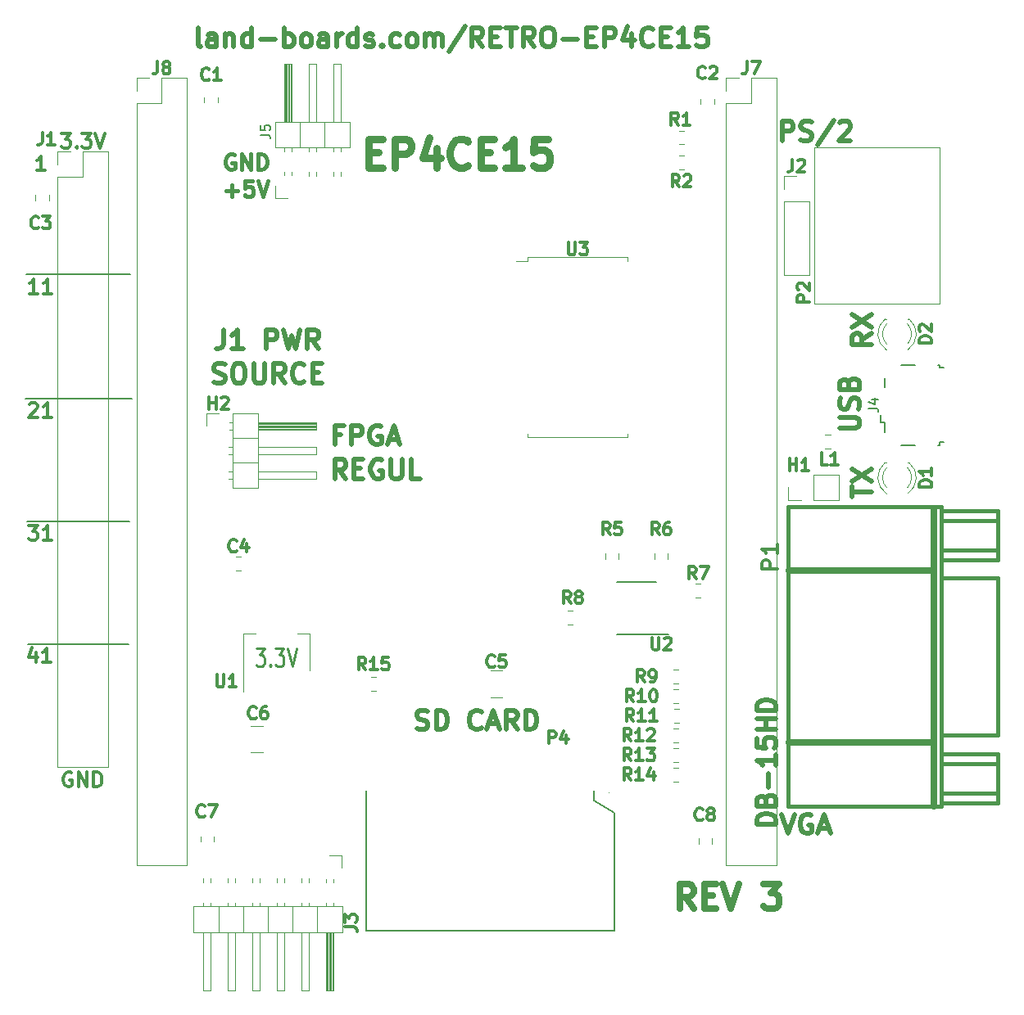
<source format=gbr>
G04 #@! TF.GenerationSoftware,KiCad,Pcbnew,(5.1.5)-3*
G04 #@! TF.CreationDate,2020-03-07T08:33:14-05:00*
G04 #@! TF.ProjectId,RETRO-EP4CE15,52455452-4f2d-4455-9034-434531352e6b,3*
G04 #@! TF.SameCoordinates,Original*
G04 #@! TF.FileFunction,Legend,Top*
G04 #@! TF.FilePolarity,Positive*
%FSLAX46Y46*%
G04 Gerber Fmt 4.6, Leading zero omitted, Abs format (unit mm)*
G04 Created by KiCad (PCBNEW (5.1.5)-3) date 2020-03-07 08:33:14*
%MOMM*%
%LPD*%
G04 APERTURE LIST*
%ADD10C,0.400050*%
%ADD11C,0.500000*%
%ADD12C,0.300000*%
%ADD13C,0.200000*%
%ADD14C,0.285750*%
%ADD15C,0.750000*%
%ADD16C,0.635000*%
%ADD17C,0.150000*%
%ADD18C,0.120000*%
%ADD19C,0.010000*%
%ADD20C,0.650000*%
%ADD21C,0.381000*%
%ADD22C,0.317500*%
%ADD23C,0.476250*%
G04 APERTURE END LIST*
D10*
X32080200Y-24774525D02*
X31927800Y-24698325D01*
X31699200Y-24698325D01*
X31470600Y-24774525D01*
X31318200Y-24926925D01*
X31242000Y-25079325D01*
X31165800Y-25384125D01*
X31165800Y-25612725D01*
X31242000Y-25917525D01*
X31318200Y-26069925D01*
X31470600Y-26222325D01*
X31699200Y-26298525D01*
X31851600Y-26298525D01*
X32080200Y-26222325D01*
X32156400Y-26146125D01*
X32156400Y-25612725D01*
X31851600Y-25612725D01*
X32842200Y-26298525D02*
X32842200Y-24698325D01*
X33756600Y-26298525D01*
X33756600Y-24698325D01*
X34518600Y-26298525D02*
X34518600Y-24698325D01*
X34899600Y-24698325D01*
X35128200Y-24774525D01*
X35280600Y-24926925D01*
X35356800Y-25079325D01*
X35433000Y-25384125D01*
X35433000Y-25612725D01*
X35356800Y-25917525D01*
X35280600Y-26069925D01*
X35128200Y-26222325D01*
X34899600Y-26298525D01*
X34518600Y-26298525D01*
X31242000Y-28489275D02*
X32461200Y-28489275D01*
X31851600Y-29098875D02*
X31851600Y-27879675D01*
X33985200Y-27498675D02*
X33223200Y-27498675D01*
X33147000Y-28260675D01*
X33223200Y-28184475D01*
X33375600Y-28108275D01*
X33756600Y-28108275D01*
X33909000Y-28184475D01*
X33985200Y-28260675D01*
X34061400Y-28413075D01*
X34061400Y-28794075D01*
X33985200Y-28946475D01*
X33909000Y-29022675D01*
X33756600Y-29098875D01*
X33375600Y-29098875D01*
X33223200Y-29022675D01*
X33147000Y-28946475D01*
X34518600Y-27498675D02*
X35052000Y-29098875D01*
X35585400Y-27498675D01*
D11*
X43123857Y-53733142D02*
X42457190Y-53733142D01*
X42457190Y-54780761D02*
X42457190Y-52780761D01*
X43409571Y-52780761D01*
X44171476Y-54780761D02*
X44171476Y-52780761D01*
X44933380Y-52780761D01*
X45123857Y-52876000D01*
X45219095Y-52971238D01*
X45314333Y-53161714D01*
X45314333Y-53447428D01*
X45219095Y-53637904D01*
X45123857Y-53733142D01*
X44933380Y-53828380D01*
X44171476Y-53828380D01*
X47219095Y-52876000D02*
X47028619Y-52780761D01*
X46742904Y-52780761D01*
X46457190Y-52876000D01*
X46266714Y-53066476D01*
X46171476Y-53256952D01*
X46076238Y-53637904D01*
X46076238Y-53923619D01*
X46171476Y-54304571D01*
X46266714Y-54495047D01*
X46457190Y-54685523D01*
X46742904Y-54780761D01*
X46933380Y-54780761D01*
X47219095Y-54685523D01*
X47314333Y-54590285D01*
X47314333Y-53923619D01*
X46933380Y-53923619D01*
X48076238Y-54209333D02*
X49028619Y-54209333D01*
X47885761Y-54780761D02*
X48552428Y-52780761D01*
X49219095Y-54780761D01*
X43600047Y-58280761D02*
X42933380Y-57328380D01*
X42457190Y-58280761D02*
X42457190Y-56280761D01*
X43219095Y-56280761D01*
X43409571Y-56376000D01*
X43504809Y-56471238D01*
X43600047Y-56661714D01*
X43600047Y-56947428D01*
X43504809Y-57137904D01*
X43409571Y-57233142D01*
X43219095Y-57328380D01*
X42457190Y-57328380D01*
X44457190Y-57233142D02*
X45123857Y-57233142D01*
X45409571Y-58280761D02*
X44457190Y-58280761D01*
X44457190Y-56280761D01*
X45409571Y-56280761D01*
X47314333Y-56376000D02*
X47123857Y-56280761D01*
X46838142Y-56280761D01*
X46552428Y-56376000D01*
X46361952Y-56566476D01*
X46266714Y-56756952D01*
X46171476Y-57137904D01*
X46171476Y-57423619D01*
X46266714Y-57804571D01*
X46361952Y-57995047D01*
X46552428Y-58185523D01*
X46838142Y-58280761D01*
X47028619Y-58280761D01*
X47314333Y-58185523D01*
X47409571Y-58090285D01*
X47409571Y-57423619D01*
X47028619Y-57423619D01*
X48266714Y-56280761D02*
X48266714Y-57899809D01*
X48361952Y-58090285D01*
X48457190Y-58185523D01*
X48647666Y-58280761D01*
X49028619Y-58280761D01*
X49219095Y-58185523D01*
X49314333Y-58090285D01*
X49409571Y-57899809D01*
X49409571Y-56280761D01*
X51314333Y-58280761D02*
X50361952Y-58280761D01*
X50361952Y-56280761D01*
X97932761Y-43259333D02*
X96980380Y-43926000D01*
X97932761Y-44402190D02*
X95932761Y-44402190D01*
X95932761Y-43640285D01*
X96028000Y-43449809D01*
X96123238Y-43354571D01*
X96313714Y-43259333D01*
X96599428Y-43259333D01*
X96789904Y-43354571D01*
X96885142Y-43449809D01*
X96980380Y-43640285D01*
X96980380Y-44402190D01*
X95932761Y-42592666D02*
X97932761Y-41259333D01*
X95932761Y-41259333D02*
X97932761Y-42592666D01*
X95932761Y-60197809D02*
X95932761Y-59054952D01*
X97932761Y-59626380D02*
X95932761Y-59626380D01*
X95932761Y-58578761D02*
X97932761Y-57245428D01*
X95932761Y-57245428D02*
X97932761Y-58578761D01*
X30988571Y-42874761D02*
X30988571Y-44303333D01*
X30893333Y-44589047D01*
X30702857Y-44779523D01*
X30417142Y-44874761D01*
X30226666Y-44874761D01*
X32988571Y-44874761D02*
X31845714Y-44874761D01*
X32417142Y-44874761D02*
X32417142Y-42874761D01*
X32226666Y-43160476D01*
X32036190Y-43350952D01*
X31845714Y-43446190D01*
X35369523Y-44874761D02*
X35369523Y-42874761D01*
X36131428Y-42874761D01*
X36321904Y-42970000D01*
X36417142Y-43065238D01*
X36512380Y-43255714D01*
X36512380Y-43541428D01*
X36417142Y-43731904D01*
X36321904Y-43827142D01*
X36131428Y-43922380D01*
X35369523Y-43922380D01*
X37179047Y-42874761D02*
X37655238Y-44874761D01*
X38036190Y-43446190D01*
X38417142Y-44874761D01*
X38893333Y-42874761D01*
X40798095Y-44874761D02*
X40131428Y-43922380D01*
X39655238Y-44874761D02*
X39655238Y-42874761D01*
X40417142Y-42874761D01*
X40607619Y-42970000D01*
X40702857Y-43065238D01*
X40798095Y-43255714D01*
X40798095Y-43541428D01*
X40702857Y-43731904D01*
X40607619Y-43827142D01*
X40417142Y-43922380D01*
X39655238Y-43922380D01*
X29988571Y-48279523D02*
X30274285Y-48374761D01*
X30750476Y-48374761D01*
X30940952Y-48279523D01*
X31036190Y-48184285D01*
X31131428Y-47993809D01*
X31131428Y-47803333D01*
X31036190Y-47612857D01*
X30940952Y-47517619D01*
X30750476Y-47422380D01*
X30369523Y-47327142D01*
X30179047Y-47231904D01*
X30083809Y-47136666D01*
X29988571Y-46946190D01*
X29988571Y-46755714D01*
X30083809Y-46565238D01*
X30179047Y-46470000D01*
X30369523Y-46374761D01*
X30845714Y-46374761D01*
X31131428Y-46470000D01*
X32369523Y-46374761D02*
X32750476Y-46374761D01*
X32940952Y-46470000D01*
X33131428Y-46660476D01*
X33226666Y-47041428D01*
X33226666Y-47708095D01*
X33131428Y-48089047D01*
X32940952Y-48279523D01*
X32750476Y-48374761D01*
X32369523Y-48374761D01*
X32179047Y-48279523D01*
X31988571Y-48089047D01*
X31893333Y-47708095D01*
X31893333Y-47041428D01*
X31988571Y-46660476D01*
X32179047Y-46470000D01*
X32369523Y-46374761D01*
X34083809Y-46374761D02*
X34083809Y-47993809D01*
X34179047Y-48184285D01*
X34274285Y-48279523D01*
X34464761Y-48374761D01*
X34845714Y-48374761D01*
X35036190Y-48279523D01*
X35131428Y-48184285D01*
X35226666Y-47993809D01*
X35226666Y-46374761D01*
X37321904Y-48374761D02*
X36655238Y-47422380D01*
X36179047Y-48374761D02*
X36179047Y-46374761D01*
X36940952Y-46374761D01*
X37131428Y-46470000D01*
X37226666Y-46565238D01*
X37321904Y-46755714D01*
X37321904Y-47041428D01*
X37226666Y-47231904D01*
X37131428Y-47327142D01*
X36940952Y-47422380D01*
X36179047Y-47422380D01*
X39321904Y-48184285D02*
X39226666Y-48279523D01*
X38940952Y-48374761D01*
X38750476Y-48374761D01*
X38464761Y-48279523D01*
X38274285Y-48089047D01*
X38179047Y-47898571D01*
X38083809Y-47517619D01*
X38083809Y-47231904D01*
X38179047Y-46850952D01*
X38274285Y-46660476D01*
X38464761Y-46470000D01*
X38750476Y-46374761D01*
X38940952Y-46374761D01*
X39226666Y-46470000D01*
X39321904Y-46565238D01*
X40179047Y-47327142D02*
X40845714Y-47327142D01*
X41131428Y-48374761D02*
X40179047Y-48374761D01*
X40179047Y-46374761D01*
X41131428Y-46374761D01*
X88662190Y-92986361D02*
X89328857Y-94986361D01*
X89995523Y-92986361D01*
X91709809Y-93081600D02*
X91519333Y-92986361D01*
X91233619Y-92986361D01*
X90947904Y-93081600D01*
X90757428Y-93272076D01*
X90662190Y-93462552D01*
X90566952Y-93843504D01*
X90566952Y-94129219D01*
X90662190Y-94510171D01*
X90757428Y-94700647D01*
X90947904Y-94891123D01*
X91233619Y-94986361D01*
X91424095Y-94986361D01*
X91709809Y-94891123D01*
X91805047Y-94795885D01*
X91805047Y-94129219D01*
X91424095Y-94129219D01*
X92566952Y-94414933D02*
X93519333Y-94414933D01*
X92376476Y-94986361D02*
X93043142Y-92986361D01*
X93709809Y-94986361D01*
X50959523Y-84121523D02*
X51245238Y-84216761D01*
X51721428Y-84216761D01*
X51911904Y-84121523D01*
X52007142Y-84026285D01*
X52102380Y-83835809D01*
X52102380Y-83645333D01*
X52007142Y-83454857D01*
X51911904Y-83359619D01*
X51721428Y-83264380D01*
X51340476Y-83169142D01*
X51150000Y-83073904D01*
X51054761Y-82978666D01*
X50959523Y-82788190D01*
X50959523Y-82597714D01*
X51054761Y-82407238D01*
X51150000Y-82312000D01*
X51340476Y-82216761D01*
X51816666Y-82216761D01*
X52102380Y-82312000D01*
X52959523Y-84216761D02*
X52959523Y-82216761D01*
X53435714Y-82216761D01*
X53721428Y-82312000D01*
X53911904Y-82502476D01*
X54007142Y-82692952D01*
X54102380Y-83073904D01*
X54102380Y-83359619D01*
X54007142Y-83740571D01*
X53911904Y-83931047D01*
X53721428Y-84121523D01*
X53435714Y-84216761D01*
X52959523Y-84216761D01*
X57626190Y-84026285D02*
X57530952Y-84121523D01*
X57245238Y-84216761D01*
X57054761Y-84216761D01*
X56769047Y-84121523D01*
X56578571Y-83931047D01*
X56483333Y-83740571D01*
X56388095Y-83359619D01*
X56388095Y-83073904D01*
X56483333Y-82692952D01*
X56578571Y-82502476D01*
X56769047Y-82312000D01*
X57054761Y-82216761D01*
X57245238Y-82216761D01*
X57530952Y-82312000D01*
X57626190Y-82407238D01*
X58388095Y-83645333D02*
X59340476Y-83645333D01*
X58197619Y-84216761D02*
X58864285Y-82216761D01*
X59530952Y-84216761D01*
X61340476Y-84216761D02*
X60673809Y-83264380D01*
X60197619Y-84216761D02*
X60197619Y-82216761D01*
X60959523Y-82216761D01*
X61150000Y-82312000D01*
X61245238Y-82407238D01*
X61340476Y-82597714D01*
X61340476Y-82883428D01*
X61245238Y-83073904D01*
X61150000Y-83169142D01*
X60959523Y-83264380D01*
X60197619Y-83264380D01*
X62197619Y-84216761D02*
X62197619Y-82216761D01*
X62673809Y-82216761D01*
X62959523Y-82312000D01*
X63150000Y-82502476D01*
X63245238Y-82692952D01*
X63340476Y-83073904D01*
X63340476Y-83359619D01*
X63245238Y-83740571D01*
X63150000Y-83931047D01*
X62959523Y-84121523D01*
X62673809Y-84216761D01*
X62197619Y-84216761D01*
D12*
X14219514Y-22571971D02*
X15148085Y-22571971D01*
X14648085Y-23143400D01*
X14862371Y-23143400D01*
X15005228Y-23214828D01*
X15076657Y-23286257D01*
X15148085Y-23429114D01*
X15148085Y-23786257D01*
X15076657Y-23929114D01*
X15005228Y-24000542D01*
X14862371Y-24071971D01*
X14433800Y-24071971D01*
X14290942Y-24000542D01*
X14219514Y-23929114D01*
X15790942Y-23929114D02*
X15862371Y-24000542D01*
X15790942Y-24071971D01*
X15719514Y-24000542D01*
X15790942Y-23929114D01*
X15790942Y-24071971D01*
X16362371Y-22571971D02*
X17290942Y-22571971D01*
X16790942Y-23143400D01*
X17005228Y-23143400D01*
X17148085Y-23214828D01*
X17219514Y-23286257D01*
X17290942Y-23429114D01*
X17290942Y-23786257D01*
X17219514Y-23929114D01*
X17148085Y-24000542D01*
X17005228Y-24071971D01*
X16576657Y-24071971D01*
X16433800Y-24000542D01*
X16362371Y-23929114D01*
X17719514Y-22571971D02*
X18219514Y-24071971D01*
X18719514Y-22571971D01*
X15265542Y-88708800D02*
X15122685Y-88637371D01*
X14908400Y-88637371D01*
X14694114Y-88708800D01*
X14551257Y-88851657D01*
X14479828Y-88994514D01*
X14408400Y-89280228D01*
X14408400Y-89494514D01*
X14479828Y-89780228D01*
X14551257Y-89923085D01*
X14694114Y-90065942D01*
X14908400Y-90137371D01*
X15051257Y-90137371D01*
X15265542Y-90065942D01*
X15336971Y-89994514D01*
X15336971Y-89494514D01*
X15051257Y-89494514D01*
X15979828Y-90137371D02*
X15979828Y-88637371D01*
X16836971Y-90137371D01*
X16836971Y-88637371D01*
X17551257Y-90137371D02*
X17551257Y-88637371D01*
X17908400Y-88637371D01*
X18122685Y-88708800D01*
X18265542Y-88851657D01*
X18336971Y-88994514D01*
X18408400Y-89280228D01*
X18408400Y-89494514D01*
X18336971Y-89780228D01*
X18265542Y-89923085D01*
X18122685Y-90065942D01*
X17908400Y-90137371D01*
X17551257Y-90137371D01*
X11560228Y-76284971D02*
X11560228Y-77284971D01*
X11203085Y-75713542D02*
X10845942Y-76784971D01*
X11774514Y-76784971D01*
X13131657Y-77284971D02*
X12274514Y-77284971D01*
X12703085Y-77284971D02*
X12703085Y-75784971D01*
X12560228Y-75999257D01*
X12417371Y-76142114D01*
X12274514Y-76213542D01*
X10850714Y-63135771D02*
X11779285Y-63135771D01*
X11279285Y-63707200D01*
X11493571Y-63707200D01*
X11636428Y-63778628D01*
X11707857Y-63850057D01*
X11779285Y-63992914D01*
X11779285Y-64350057D01*
X11707857Y-64492914D01*
X11636428Y-64564342D01*
X11493571Y-64635771D01*
X11065000Y-64635771D01*
X10922142Y-64564342D01*
X10850714Y-64492914D01*
X13207857Y-64635771D02*
X12350714Y-64635771D01*
X12779285Y-64635771D02*
X12779285Y-63135771D01*
X12636428Y-63350057D01*
X12493571Y-63492914D01*
X12350714Y-63564342D01*
X10896742Y-50553228D02*
X10968171Y-50481800D01*
X11111028Y-50410371D01*
X11468171Y-50410371D01*
X11611028Y-50481800D01*
X11682457Y-50553228D01*
X11753885Y-50696085D01*
X11753885Y-50838942D01*
X11682457Y-51053228D01*
X10825314Y-51910371D01*
X11753885Y-51910371D01*
X13182457Y-51910371D02*
X12325314Y-51910371D01*
X12753885Y-51910371D02*
X12753885Y-50410371D01*
X12611028Y-50624657D01*
X12468171Y-50767514D01*
X12325314Y-50838942D01*
X11779285Y-39159571D02*
X10922142Y-39159571D01*
X11350714Y-39159571D02*
X11350714Y-37659571D01*
X11207857Y-37873857D01*
X11065000Y-38016714D01*
X10922142Y-38088142D01*
X13207857Y-39159571D02*
X12350714Y-39159571D01*
X12779285Y-39159571D02*
X12779285Y-37659571D01*
X12636428Y-37873857D01*
X12493571Y-38016714D01*
X12350714Y-38088142D01*
X12544371Y-26408771D02*
X11687228Y-26408771D01*
X12115800Y-26408771D02*
X12115800Y-24908771D01*
X11972942Y-25123057D01*
X11830085Y-25265914D01*
X11687228Y-25337342D01*
D13*
X21158200Y-75361800D02*
X10718800Y-75387200D01*
X21234400Y-62687200D02*
X10668000Y-62661800D01*
X21513800Y-49961800D02*
X10490200Y-49961800D01*
X21336000Y-37134800D02*
X10541000Y-37134800D01*
D11*
X94662761Y-53069809D02*
X96281809Y-53069809D01*
X96472285Y-52974571D01*
X96567523Y-52879333D01*
X96662761Y-52688857D01*
X96662761Y-52307904D01*
X96567523Y-52117428D01*
X96472285Y-52022190D01*
X96281809Y-51926952D01*
X94662761Y-51926952D01*
X96567523Y-51069809D02*
X96662761Y-50784095D01*
X96662761Y-50307904D01*
X96567523Y-50117428D01*
X96472285Y-50022190D01*
X96281809Y-49926952D01*
X96091333Y-49926952D01*
X95900857Y-50022190D01*
X95805619Y-50117428D01*
X95710380Y-50307904D01*
X95615142Y-50688857D01*
X95519904Y-50879333D01*
X95424666Y-50974571D01*
X95234190Y-51069809D01*
X95043714Y-51069809D01*
X94853238Y-50974571D01*
X94758000Y-50879333D01*
X94662761Y-50688857D01*
X94662761Y-50212666D01*
X94758000Y-49926952D01*
X95615142Y-48403142D02*
X95710380Y-48117428D01*
X95805619Y-48022190D01*
X95996095Y-47926952D01*
X96281809Y-47926952D01*
X96472285Y-48022190D01*
X96567523Y-48117428D01*
X96662761Y-48307904D01*
X96662761Y-49069809D01*
X94662761Y-49069809D01*
X94662761Y-48403142D01*
X94758000Y-48212666D01*
X94853238Y-48117428D01*
X95043714Y-48022190D01*
X95234190Y-48022190D01*
X95424666Y-48117428D01*
X95519904Y-48212666D01*
X95615142Y-48403142D01*
X95615142Y-49069809D01*
D14*
X34335961Y-75791785D02*
X35200771Y-75791785D01*
X34735104Y-76517500D01*
X34934676Y-76517500D01*
X35067723Y-76608214D01*
X35134247Y-76698928D01*
X35200771Y-76880357D01*
X35200771Y-77333928D01*
X35134247Y-77515357D01*
X35067723Y-77606071D01*
X34934676Y-77696785D01*
X34535533Y-77696785D01*
X34402485Y-77606071D01*
X34335961Y-77515357D01*
X35799485Y-77515357D02*
X35866009Y-77606071D01*
X35799485Y-77696785D01*
X35732961Y-77606071D01*
X35799485Y-77515357D01*
X35799485Y-77696785D01*
X36331676Y-75791785D02*
X37196485Y-75791785D01*
X36730819Y-76517500D01*
X36930390Y-76517500D01*
X37063438Y-76608214D01*
X37129961Y-76698928D01*
X37196485Y-76880357D01*
X37196485Y-77333928D01*
X37129961Y-77515357D01*
X37063438Y-77606071D01*
X36930390Y-77696785D01*
X36531247Y-77696785D01*
X36398200Y-77606071D01*
X36331676Y-77515357D01*
X37595628Y-75791785D02*
X38061295Y-77696785D01*
X38526961Y-75791785D01*
D11*
X88723809Y-23304761D02*
X88723809Y-21304761D01*
X89485714Y-21304761D01*
X89676190Y-21400000D01*
X89771428Y-21495238D01*
X89866666Y-21685714D01*
X89866666Y-21971428D01*
X89771428Y-22161904D01*
X89676190Y-22257142D01*
X89485714Y-22352380D01*
X88723809Y-22352380D01*
X90628571Y-23209523D02*
X90914285Y-23304761D01*
X91390476Y-23304761D01*
X91580952Y-23209523D01*
X91676190Y-23114285D01*
X91771428Y-22923809D01*
X91771428Y-22733333D01*
X91676190Y-22542857D01*
X91580952Y-22447619D01*
X91390476Y-22352380D01*
X91009523Y-22257142D01*
X90819047Y-22161904D01*
X90723809Y-22066666D01*
X90628571Y-21876190D01*
X90628571Y-21685714D01*
X90723809Y-21495238D01*
X90819047Y-21400000D01*
X91009523Y-21304761D01*
X91485714Y-21304761D01*
X91771428Y-21400000D01*
X94057142Y-21209523D02*
X92342857Y-23780952D01*
X94628571Y-21495238D02*
X94723809Y-21400000D01*
X94914285Y-21304761D01*
X95390476Y-21304761D01*
X95580952Y-21400000D01*
X95676190Y-21495238D01*
X95771428Y-21685714D01*
X95771428Y-21876190D01*
X95676190Y-22161904D01*
X94533333Y-23304761D01*
X95771428Y-23304761D01*
D15*
X45959285Y-24550714D02*
X46959285Y-24550714D01*
X47387857Y-26122142D02*
X45959285Y-26122142D01*
X45959285Y-23122142D01*
X47387857Y-23122142D01*
X48673571Y-26122142D02*
X48673571Y-23122142D01*
X49816428Y-23122142D01*
X50102142Y-23265000D01*
X50245000Y-23407857D01*
X50387857Y-23693571D01*
X50387857Y-24122142D01*
X50245000Y-24407857D01*
X50102142Y-24550714D01*
X49816428Y-24693571D01*
X48673571Y-24693571D01*
X52959285Y-24122142D02*
X52959285Y-26122142D01*
X52245000Y-22979285D02*
X51530714Y-25122142D01*
X53387857Y-25122142D01*
X56245000Y-25836428D02*
X56102142Y-25979285D01*
X55673571Y-26122142D01*
X55387857Y-26122142D01*
X54959285Y-25979285D01*
X54673571Y-25693571D01*
X54530714Y-25407857D01*
X54387857Y-24836428D01*
X54387857Y-24407857D01*
X54530714Y-23836428D01*
X54673571Y-23550714D01*
X54959285Y-23265000D01*
X55387857Y-23122142D01*
X55673571Y-23122142D01*
X56102142Y-23265000D01*
X56245000Y-23407857D01*
X57530714Y-24550714D02*
X58530714Y-24550714D01*
X58959285Y-26122142D02*
X57530714Y-26122142D01*
X57530714Y-23122142D01*
X58959285Y-23122142D01*
X61816428Y-26122142D02*
X60102142Y-26122142D01*
X60959285Y-26122142D02*
X60959285Y-23122142D01*
X60673571Y-23550714D01*
X60387857Y-23836428D01*
X60102142Y-23979285D01*
X64530714Y-23122142D02*
X63102142Y-23122142D01*
X62959285Y-24550714D01*
X63102142Y-24407857D01*
X63387857Y-24265000D01*
X64102142Y-24265000D01*
X64387857Y-24407857D01*
X64530714Y-24550714D01*
X64673571Y-24836428D01*
X64673571Y-25550714D01*
X64530714Y-25836428D01*
X64387857Y-25979285D01*
X64102142Y-26122142D01*
X63387857Y-26122142D01*
X63102142Y-25979285D01*
X62959285Y-25836428D01*
D16*
X79556428Y-102749047D02*
X78709761Y-101539523D01*
X78105000Y-102749047D02*
X78105000Y-100209047D01*
X79072619Y-100209047D01*
X79314523Y-100330000D01*
X79435476Y-100450952D01*
X79556428Y-100692857D01*
X79556428Y-101055714D01*
X79435476Y-101297619D01*
X79314523Y-101418571D01*
X79072619Y-101539523D01*
X78105000Y-101539523D01*
X80645000Y-101418571D02*
X81491666Y-101418571D01*
X81854523Y-102749047D02*
X80645000Y-102749047D01*
X80645000Y-100209047D01*
X81854523Y-100209047D01*
X82580238Y-100209047D02*
X83426904Y-102749047D01*
X84273571Y-100209047D01*
X86813571Y-100209047D02*
X88385952Y-100209047D01*
X87539285Y-101176666D01*
X87902142Y-101176666D01*
X88144047Y-101297619D01*
X88265000Y-101418571D01*
X88385952Y-101660476D01*
X88385952Y-102265238D01*
X88265000Y-102507142D01*
X88144047Y-102628095D01*
X87902142Y-102749047D01*
X87176428Y-102749047D01*
X86934523Y-102628095D01*
X86813571Y-102507142D01*
D11*
X28609999Y-13604761D02*
X28419523Y-13509523D01*
X28324285Y-13319047D01*
X28324285Y-11604761D01*
X30229047Y-13604761D02*
X30229047Y-12557142D01*
X30133809Y-12366666D01*
X29943333Y-12271428D01*
X29562380Y-12271428D01*
X29371904Y-12366666D01*
X30229047Y-13509523D02*
X30038571Y-13604761D01*
X29562380Y-13604761D01*
X29371904Y-13509523D01*
X29276666Y-13319047D01*
X29276666Y-13128571D01*
X29371904Y-12938095D01*
X29562380Y-12842857D01*
X30038571Y-12842857D01*
X30229047Y-12747619D01*
X31181428Y-12271428D02*
X31181428Y-13604761D01*
X31181428Y-12461904D02*
X31276666Y-12366666D01*
X31467142Y-12271428D01*
X31752857Y-12271428D01*
X31943333Y-12366666D01*
X32038571Y-12557142D01*
X32038571Y-13604761D01*
X33848095Y-13604761D02*
X33848095Y-11604761D01*
X33848095Y-13509523D02*
X33657619Y-13604761D01*
X33276666Y-13604761D01*
X33086190Y-13509523D01*
X32990952Y-13414285D01*
X32895714Y-13223809D01*
X32895714Y-12652380D01*
X32990952Y-12461904D01*
X33086190Y-12366666D01*
X33276666Y-12271428D01*
X33657619Y-12271428D01*
X33848095Y-12366666D01*
X34800476Y-12842857D02*
X36324285Y-12842857D01*
X37276666Y-13604761D02*
X37276666Y-11604761D01*
X37276666Y-12366666D02*
X37467142Y-12271428D01*
X37848095Y-12271428D01*
X38038571Y-12366666D01*
X38133809Y-12461904D01*
X38229047Y-12652380D01*
X38229047Y-13223809D01*
X38133809Y-13414285D01*
X38038571Y-13509523D01*
X37848095Y-13604761D01*
X37467142Y-13604761D01*
X37276666Y-13509523D01*
X39371904Y-13604761D02*
X39181428Y-13509523D01*
X39086190Y-13414285D01*
X38990952Y-13223809D01*
X38990952Y-12652380D01*
X39086190Y-12461904D01*
X39181428Y-12366666D01*
X39371904Y-12271428D01*
X39657619Y-12271428D01*
X39848095Y-12366666D01*
X39943333Y-12461904D01*
X40038571Y-12652380D01*
X40038571Y-13223809D01*
X39943333Y-13414285D01*
X39848095Y-13509523D01*
X39657619Y-13604761D01*
X39371904Y-13604761D01*
X41752857Y-13604761D02*
X41752857Y-12557142D01*
X41657619Y-12366666D01*
X41467142Y-12271428D01*
X41086190Y-12271428D01*
X40895714Y-12366666D01*
X41752857Y-13509523D02*
X41562380Y-13604761D01*
X41086190Y-13604761D01*
X40895714Y-13509523D01*
X40800476Y-13319047D01*
X40800476Y-13128571D01*
X40895714Y-12938095D01*
X41086190Y-12842857D01*
X41562380Y-12842857D01*
X41752857Y-12747619D01*
X42705238Y-13604761D02*
X42705238Y-12271428D01*
X42705238Y-12652380D02*
X42800476Y-12461904D01*
X42895714Y-12366666D01*
X43086190Y-12271428D01*
X43276666Y-12271428D01*
X44800476Y-13604761D02*
X44800476Y-11604761D01*
X44800476Y-13509523D02*
X44610000Y-13604761D01*
X44229047Y-13604761D01*
X44038571Y-13509523D01*
X43943333Y-13414285D01*
X43848095Y-13223809D01*
X43848095Y-12652380D01*
X43943333Y-12461904D01*
X44038571Y-12366666D01*
X44229047Y-12271428D01*
X44610000Y-12271428D01*
X44800476Y-12366666D01*
X45657619Y-13509523D02*
X45848095Y-13604761D01*
X46229047Y-13604761D01*
X46419523Y-13509523D01*
X46514761Y-13319047D01*
X46514761Y-13223809D01*
X46419523Y-13033333D01*
X46229047Y-12938095D01*
X45943333Y-12938095D01*
X45752857Y-12842857D01*
X45657619Y-12652380D01*
X45657619Y-12557142D01*
X45752857Y-12366666D01*
X45943333Y-12271428D01*
X46229047Y-12271428D01*
X46419523Y-12366666D01*
X47371904Y-13414285D02*
X47467142Y-13509523D01*
X47371904Y-13604761D01*
X47276666Y-13509523D01*
X47371904Y-13414285D01*
X47371904Y-13604761D01*
X49181428Y-13509523D02*
X48990952Y-13604761D01*
X48610000Y-13604761D01*
X48419523Y-13509523D01*
X48324285Y-13414285D01*
X48229047Y-13223809D01*
X48229047Y-12652380D01*
X48324285Y-12461904D01*
X48419523Y-12366666D01*
X48610000Y-12271428D01*
X48990952Y-12271428D01*
X49181428Y-12366666D01*
X50324285Y-13604761D02*
X50133809Y-13509523D01*
X50038571Y-13414285D01*
X49943333Y-13223809D01*
X49943333Y-12652380D01*
X50038571Y-12461904D01*
X50133809Y-12366666D01*
X50324285Y-12271428D01*
X50610000Y-12271428D01*
X50800476Y-12366666D01*
X50895714Y-12461904D01*
X50990952Y-12652380D01*
X50990952Y-13223809D01*
X50895714Y-13414285D01*
X50800476Y-13509523D01*
X50610000Y-13604761D01*
X50324285Y-13604761D01*
X51848095Y-13604761D02*
X51848095Y-12271428D01*
X51848095Y-12461904D02*
X51943333Y-12366666D01*
X52133809Y-12271428D01*
X52419523Y-12271428D01*
X52610000Y-12366666D01*
X52705238Y-12557142D01*
X52705238Y-13604761D01*
X52705238Y-12557142D02*
X52800476Y-12366666D01*
X52990952Y-12271428D01*
X53276666Y-12271428D01*
X53467142Y-12366666D01*
X53562380Y-12557142D01*
X53562380Y-13604761D01*
X55943333Y-11509523D02*
X54229047Y-14080952D01*
X57752857Y-13604761D02*
X57086190Y-12652380D01*
X56610000Y-13604761D02*
X56610000Y-11604761D01*
X57371904Y-11604761D01*
X57562380Y-11700000D01*
X57657619Y-11795238D01*
X57752857Y-11985714D01*
X57752857Y-12271428D01*
X57657619Y-12461904D01*
X57562380Y-12557142D01*
X57371904Y-12652380D01*
X56610000Y-12652380D01*
X58610000Y-12557142D02*
X59276666Y-12557142D01*
X59562380Y-13604761D02*
X58610000Y-13604761D01*
X58610000Y-11604761D01*
X59562380Y-11604761D01*
X60133809Y-11604761D02*
X61276666Y-11604761D01*
X60705238Y-13604761D02*
X60705238Y-11604761D01*
X63086190Y-13604761D02*
X62419523Y-12652380D01*
X61943333Y-13604761D02*
X61943333Y-11604761D01*
X62705238Y-11604761D01*
X62895714Y-11700000D01*
X62990952Y-11795238D01*
X63086190Y-11985714D01*
X63086190Y-12271428D01*
X62990952Y-12461904D01*
X62895714Y-12557142D01*
X62705238Y-12652380D01*
X61943333Y-12652380D01*
X64324285Y-11604761D02*
X64705238Y-11604761D01*
X64895714Y-11700000D01*
X65086190Y-11890476D01*
X65181428Y-12271428D01*
X65181428Y-12938095D01*
X65086190Y-13319047D01*
X64895714Y-13509523D01*
X64705238Y-13604761D01*
X64324285Y-13604761D01*
X64133809Y-13509523D01*
X63943333Y-13319047D01*
X63848095Y-12938095D01*
X63848095Y-12271428D01*
X63943333Y-11890476D01*
X64133809Y-11700000D01*
X64324285Y-11604761D01*
X66038571Y-12842857D02*
X67562380Y-12842857D01*
X68514761Y-12557142D02*
X69181428Y-12557142D01*
X69467142Y-13604761D02*
X68514761Y-13604761D01*
X68514761Y-11604761D01*
X69467142Y-11604761D01*
X70324285Y-13604761D02*
X70324285Y-11604761D01*
X71086190Y-11604761D01*
X71276666Y-11700000D01*
X71371904Y-11795238D01*
X71467142Y-11985714D01*
X71467142Y-12271428D01*
X71371904Y-12461904D01*
X71276666Y-12557142D01*
X71086190Y-12652380D01*
X70324285Y-12652380D01*
X73181428Y-12271428D02*
X73181428Y-13604761D01*
X72705238Y-11509523D02*
X72229047Y-12938095D01*
X73467142Y-12938095D01*
X75371904Y-13414285D02*
X75276666Y-13509523D01*
X74990952Y-13604761D01*
X74800476Y-13604761D01*
X74514761Y-13509523D01*
X74324285Y-13319047D01*
X74229047Y-13128571D01*
X74133809Y-12747619D01*
X74133809Y-12461904D01*
X74229047Y-12080952D01*
X74324285Y-11890476D01*
X74514761Y-11700000D01*
X74800476Y-11604761D01*
X74990952Y-11604761D01*
X75276666Y-11700000D01*
X75371904Y-11795238D01*
X76229047Y-12557142D02*
X76895714Y-12557142D01*
X77181428Y-13604761D02*
X76229047Y-13604761D01*
X76229047Y-11604761D01*
X77181428Y-11604761D01*
X79086190Y-13604761D02*
X77943333Y-13604761D01*
X78514761Y-13604761D02*
X78514761Y-11604761D01*
X78324285Y-11890476D01*
X78133809Y-12080952D01*
X77943333Y-12176190D01*
X80895714Y-11604761D02*
X79943333Y-11604761D01*
X79848095Y-12557142D01*
X79943333Y-12461904D01*
X80133809Y-12366666D01*
X80609999Y-12366666D01*
X80800476Y-12461904D01*
X80895714Y-12557142D01*
X80990952Y-12747619D01*
X80990952Y-13223809D01*
X80895714Y-13414285D01*
X80800476Y-13509523D01*
X80609999Y-13604761D01*
X80133809Y-13604761D01*
X79943333Y-13509523D01*
X79848095Y-13414285D01*
D17*
X101038900Y-54797600D02*
X102438900Y-54797600D01*
X104838900Y-54797600D02*
X104988900Y-54797600D01*
X104988900Y-54797600D02*
X104988900Y-54497600D01*
X104988900Y-54497600D02*
X105438900Y-54497600D01*
X105438900Y-46797600D02*
X104988900Y-46797600D01*
X104988900Y-46797600D02*
X104988900Y-46497600D01*
X104988900Y-46497600D02*
X104838900Y-46497600D01*
X102438900Y-46497600D02*
X101038900Y-46497600D01*
X98863900Y-51722600D02*
X98863900Y-52447600D01*
X98863900Y-52447600D02*
X99288900Y-52447600D01*
X99288900Y-52447600D02*
X99288900Y-53447600D01*
X99288900Y-48847600D02*
X99288900Y-47847600D01*
D18*
X79748748Y-69140000D02*
X80271252Y-69140000D01*
X79748748Y-70560000D02*
X80271252Y-70560000D01*
X78569452Y-26287800D02*
X78046948Y-26287800D01*
X78569452Y-24867800D02*
X78046948Y-24867800D01*
X99504000Y-41747000D02*
X99348000Y-41747000D01*
X101820000Y-41747000D02*
X101664000Y-41747000D01*
X99504163Y-44348130D02*
G75*
G02X99504000Y-42266039I1079837J1041130D01*
G01*
X101663837Y-44348130D02*
G75*
G03X101664000Y-42266039I-1079837J1041130D01*
G01*
X99505392Y-44979335D02*
G75*
G02X99348484Y-41747000I1078608J1672335D01*
G01*
X101662608Y-44979335D02*
G75*
G03X101819516Y-41747000I-1078608J1672335D01*
G01*
X82920000Y-16836000D02*
X84250000Y-16836000D01*
X82920000Y-18166000D02*
X82920000Y-16836000D01*
X85520000Y-16836000D02*
X88120000Y-16836000D01*
X85520000Y-19436000D02*
X85520000Y-16836000D01*
X82920000Y-19436000D02*
X85520000Y-19436000D01*
X88120000Y-16836000D02*
X88120000Y-98236000D01*
X82920000Y-19436000D02*
X82920000Y-98236000D01*
X82920000Y-98236000D02*
X88120000Y-98236000D01*
X21980000Y-16836000D02*
X23310000Y-16836000D01*
X21980000Y-18166000D02*
X21980000Y-16836000D01*
X24580000Y-16836000D02*
X27180000Y-16836000D01*
X24580000Y-19436000D02*
X24580000Y-16836000D01*
X21980000Y-19436000D02*
X24580000Y-19436000D01*
X27180000Y-16836000D02*
X27180000Y-98236000D01*
X21980000Y-19436000D02*
X21980000Y-98236000D01*
X21980000Y-98236000D02*
X27180000Y-98236000D01*
X78569452Y-22277000D02*
X78046948Y-22277000D01*
X78569452Y-23697000D02*
X78046948Y-23697000D01*
X92000000Y-24000000D02*
X105000000Y-24000000D01*
X92000000Y-40200000D02*
X105000000Y-40200000D01*
X92000000Y-40200000D02*
X92000000Y-24000000D01*
X105000000Y-40200000D02*
X105000000Y-24000000D01*
X39833600Y-74315400D02*
X38573600Y-74315400D01*
X33013600Y-74315400D02*
X34273600Y-74315400D01*
X39833600Y-78075400D02*
X39833600Y-74315400D01*
X33013600Y-80325400D02*
X33013600Y-74315400D01*
X77462748Y-79450000D02*
X77985252Y-79450000D01*
X77462748Y-78030000D02*
X77985252Y-78030000D01*
X77462748Y-80062000D02*
X77985252Y-80062000D01*
X77462748Y-81482000D02*
X77985252Y-81482000D01*
X77508548Y-83514000D02*
X78031052Y-83514000D01*
X77508548Y-82094000D02*
X78031052Y-82094000D01*
X77462748Y-84126000D02*
X77985252Y-84126000D01*
X77462748Y-85546000D02*
X77985252Y-85546000D01*
X77462748Y-87578000D02*
X77985252Y-87578000D01*
X77462748Y-86158000D02*
X77985252Y-86158000D01*
X77462748Y-88190000D02*
X77985252Y-88190000D01*
X77462748Y-89610000D02*
X77985252Y-89610000D01*
X89348000Y-60512000D02*
X89348000Y-59182000D01*
X90678000Y-60512000D02*
X89348000Y-60512000D01*
X91948000Y-60512000D02*
X91948000Y-57852000D01*
X91948000Y-57852000D02*
X94548000Y-57852000D01*
X91948000Y-60512000D02*
X94548000Y-60512000D01*
X94548000Y-60512000D02*
X94548000Y-57852000D01*
X88870000Y-26970000D02*
X90200000Y-26970000D01*
X88870000Y-28300000D02*
X88870000Y-26970000D01*
X88870000Y-29570000D02*
X91530000Y-29570000D01*
X91530000Y-29570000D02*
X91530000Y-37250000D01*
X88870000Y-29570000D02*
X88870000Y-37250000D01*
X88870000Y-37250000D02*
X91530000Y-37250000D01*
X101662608Y-59838335D02*
G75*
G03X101819516Y-56606000I-1078608J1672335D01*
G01*
X99505392Y-59838335D02*
G75*
G02X99348484Y-56606000I1078608J1672335D01*
G01*
X101663837Y-59207130D02*
G75*
G03X101664000Y-57125039I-1079837J1041130D01*
G01*
X99504163Y-59207130D02*
G75*
G02X99504000Y-57125039I1079837J1041130D01*
G01*
X101820000Y-56606000D02*
X101664000Y-56606000D01*
X99504000Y-56606000D02*
X99348000Y-56606000D01*
X67063252Y-71934000D02*
X66540748Y-71934000D01*
X67063252Y-73354000D02*
X66540748Y-73354000D01*
X71830000Y-66032748D02*
X71830000Y-66555252D01*
X70410000Y-66032748D02*
X70410000Y-66555252D01*
X75490000Y-66032748D02*
X75490000Y-66555252D01*
X76910000Y-66032748D02*
X76910000Y-66555252D01*
D17*
X75660000Y-68953000D02*
X71660000Y-68953000D01*
X76935000Y-74353000D02*
X71660000Y-74353000D01*
D18*
X13810000Y-88090000D02*
X19010000Y-88090000D01*
X13810000Y-27070000D02*
X13810000Y-88090000D01*
X19010000Y-24470000D02*
X19010000Y-88090000D01*
X13810000Y-27070000D02*
X16410000Y-27070000D01*
X16410000Y-27070000D02*
X16410000Y-24470000D01*
X16410000Y-24470000D02*
X19010000Y-24470000D01*
X13810000Y-25800000D02*
X13810000Y-24470000D01*
X13810000Y-24470000D02*
X15140000Y-24470000D01*
X28576200Y-95841452D02*
X28576200Y-95318948D01*
X29996200Y-95841452D02*
X29996200Y-95318948D01*
X80062000Y-96019252D02*
X80062000Y-95496748D01*
X81482000Y-96019252D02*
X81482000Y-95496748D01*
X11532800Y-28948748D02*
X11532800Y-29471252D01*
X12952800Y-28948748D02*
X12952800Y-29471252D01*
X80290600Y-19539852D02*
X80290600Y-19017348D01*
X81710600Y-19539852D02*
X81710600Y-19017348D01*
X30377200Y-19336652D02*
X30377200Y-18814148D01*
X28957200Y-19336652D02*
X28957200Y-18814148D01*
X93682452Y-55142200D02*
X93159948Y-55142200D01*
X93682452Y-53722200D02*
X93159948Y-53722200D01*
D17*
X45720000Y-102108000D02*
X45720000Y-105029000D01*
X45720000Y-105029000D02*
X71247000Y-105029000D01*
X71247000Y-105029000D02*
X71374000Y-105029000D01*
X71374000Y-105029000D02*
X71374000Y-102108000D01*
X45720000Y-90551000D02*
X45720000Y-102108000D01*
X71374000Y-102108000D02*
X71374000Y-92837000D01*
X71374000Y-92837000D02*
X69215000Y-91567000D01*
X69215000Y-91567000D02*
X69215000Y-90551000D01*
D19*
X70779000Y-90763000D02*
X70779000Y-90753000D01*
D18*
X31920000Y-51502000D02*
X31920000Y-59242000D01*
X31920000Y-59242000D02*
X34580000Y-59242000D01*
X34580000Y-59242000D02*
X34580000Y-51502000D01*
X34580000Y-51502000D02*
X31920000Y-51502000D01*
X34580000Y-52452000D02*
X40580000Y-52452000D01*
X40580000Y-52452000D02*
X40580000Y-53212000D01*
X40580000Y-53212000D02*
X34580000Y-53212000D01*
X34580000Y-52512000D02*
X40580000Y-52512000D01*
X34580000Y-52632000D02*
X40580000Y-52632000D01*
X34580000Y-52752000D02*
X40580000Y-52752000D01*
X34580000Y-52872000D02*
X40580000Y-52872000D01*
X34580000Y-52992000D02*
X40580000Y-52992000D01*
X34580000Y-53112000D02*
X40580000Y-53112000D01*
X31590000Y-52452000D02*
X31920000Y-52452000D01*
X31590000Y-53212000D02*
X31920000Y-53212000D01*
X31920000Y-54102000D02*
X34580000Y-54102000D01*
X34580000Y-54992000D02*
X40580000Y-54992000D01*
X40580000Y-54992000D02*
X40580000Y-55752000D01*
X40580000Y-55752000D02*
X34580000Y-55752000D01*
X31522929Y-54992000D02*
X31920000Y-54992000D01*
X31522929Y-55752000D02*
X31920000Y-55752000D01*
X31920000Y-56642000D02*
X34580000Y-56642000D01*
X34580000Y-57532000D02*
X40580000Y-57532000D01*
X40580000Y-57532000D02*
X40580000Y-58292000D01*
X40580000Y-58292000D02*
X34580000Y-58292000D01*
X31522929Y-57532000D02*
X31920000Y-57532000D01*
X31522929Y-58292000D02*
X31920000Y-58292000D01*
X29210000Y-52832000D02*
X29210000Y-51562000D01*
X29210000Y-51562000D02*
X30480000Y-51562000D01*
X67564000Y-54019000D02*
X72754000Y-54019000D01*
X72754000Y-54019000D02*
X72754000Y-53639000D01*
X67564000Y-54019000D02*
X62374000Y-54019000D01*
X62374000Y-54019000D02*
X62374000Y-53639000D01*
X67564000Y-35389000D02*
X72754000Y-35389000D01*
X72754000Y-35389000D02*
X72754000Y-35769000D01*
X67564000Y-35389000D02*
X62374000Y-35389000D01*
X62374000Y-35389000D02*
X62374000Y-35769000D01*
X62374000Y-35769000D02*
X61214000Y-35769000D01*
X58579936Y-78142000D02*
X59784064Y-78142000D01*
X58579936Y-80862000D02*
X59784064Y-80862000D01*
X32773252Y-67766000D02*
X32250748Y-67766000D01*
X32773252Y-66346000D02*
X32250748Y-66346000D01*
X35019064Y-86551600D02*
X33814936Y-86551600D01*
X35019064Y-83831600D02*
X33814936Y-83831600D01*
X43240000Y-102532000D02*
X27880000Y-102532000D01*
X27880000Y-102532000D02*
X27880000Y-105192000D01*
X27880000Y-105192000D02*
X43240000Y-105192000D01*
X43240000Y-105192000D02*
X43240000Y-102532000D01*
X42290000Y-105192000D02*
X42290000Y-111192000D01*
X42290000Y-111192000D02*
X41530000Y-111192000D01*
X41530000Y-111192000D02*
X41530000Y-105192000D01*
X42230000Y-105192000D02*
X42230000Y-111192000D01*
X42110000Y-105192000D02*
X42110000Y-111192000D01*
X41990000Y-105192000D02*
X41990000Y-111192000D01*
X41870000Y-105192000D02*
X41870000Y-111192000D01*
X41750000Y-105192000D02*
X41750000Y-111192000D01*
X41630000Y-105192000D02*
X41630000Y-111192000D01*
X42290000Y-102134929D02*
X42290000Y-102532000D01*
X41530000Y-102134929D02*
X41530000Y-102532000D01*
X42290000Y-99662000D02*
X42290000Y-100049071D01*
X41530000Y-99662000D02*
X41530000Y-100049071D01*
X40640000Y-102532000D02*
X40640000Y-105192000D01*
X39750000Y-105192000D02*
X39750000Y-111192000D01*
X39750000Y-111192000D02*
X38990000Y-111192000D01*
X38990000Y-111192000D02*
X38990000Y-105192000D01*
X39750000Y-102134929D02*
X39750000Y-102532000D01*
X38990000Y-102134929D02*
X38990000Y-102532000D01*
X39750000Y-99594929D02*
X39750000Y-100049071D01*
X38990000Y-99594929D02*
X38990000Y-100049071D01*
X38100000Y-102532000D02*
X38100000Y-105192000D01*
X37210000Y-105192000D02*
X37210000Y-111192000D01*
X37210000Y-111192000D02*
X36450000Y-111192000D01*
X36450000Y-111192000D02*
X36450000Y-105192000D01*
X37210000Y-102134929D02*
X37210000Y-102532000D01*
X36450000Y-102134929D02*
X36450000Y-102532000D01*
X37210000Y-99594929D02*
X37210000Y-100049071D01*
X36450000Y-99594929D02*
X36450000Y-100049071D01*
X35560000Y-102532000D02*
X35560000Y-105192000D01*
X34670000Y-105192000D02*
X34670000Y-111192000D01*
X34670000Y-111192000D02*
X33910000Y-111192000D01*
X33910000Y-111192000D02*
X33910000Y-105192000D01*
X34670000Y-102134929D02*
X34670000Y-102532000D01*
X33910000Y-102134929D02*
X33910000Y-102532000D01*
X34670000Y-99594929D02*
X34670000Y-100049071D01*
X33910000Y-99594929D02*
X33910000Y-100049071D01*
X33020000Y-102532000D02*
X33020000Y-105192000D01*
X32130000Y-105192000D02*
X32130000Y-111192000D01*
X32130000Y-111192000D02*
X31370000Y-111192000D01*
X31370000Y-111192000D02*
X31370000Y-105192000D01*
X32130000Y-102134929D02*
X32130000Y-102532000D01*
X31370000Y-102134929D02*
X31370000Y-102532000D01*
X32130000Y-99594929D02*
X32130000Y-100049071D01*
X31370000Y-99594929D02*
X31370000Y-100049071D01*
X30480000Y-102532000D02*
X30480000Y-105192000D01*
X29590000Y-105192000D02*
X29590000Y-111192000D01*
X29590000Y-111192000D02*
X28830000Y-111192000D01*
X28830000Y-111192000D02*
X28830000Y-105192000D01*
X29590000Y-102134929D02*
X29590000Y-102532000D01*
X28830000Y-102134929D02*
X28830000Y-102532000D01*
X29590000Y-99594929D02*
X29590000Y-100049071D01*
X28830000Y-99594929D02*
X28830000Y-100049071D01*
X41910000Y-97282000D02*
X43180000Y-97282000D01*
X43180000Y-97282000D02*
X43180000Y-98552000D01*
X46743252Y-80212000D02*
X46220748Y-80212000D01*
X46743252Y-78792000D02*
X46220748Y-78792000D01*
D20*
X89408000Y-67818000D02*
X104394000Y-67818000D01*
X89408000Y-85598000D02*
X104140000Y-85598000D01*
X104394000Y-92202000D02*
X104394000Y-61468000D01*
D21*
X89408000Y-61214000D02*
X104902000Y-61214000D01*
X89408000Y-92202000D02*
X104902000Y-92202000D01*
X105156000Y-86741000D02*
X110998000Y-86741000D01*
X89334340Y-61214000D02*
X89334340Y-92202000D01*
X105156000Y-87757000D02*
X110998000Y-87757000D01*
X105156000Y-90805000D02*
X110998000Y-90805000D01*
X105156000Y-62611000D02*
X110998000Y-62611000D01*
X105156000Y-65659000D02*
X110998000Y-65659000D01*
X105156000Y-66675000D02*
X110998000Y-66675000D01*
X110998000Y-66675000D02*
X110998000Y-61595000D01*
X110998000Y-61595000D02*
X105283000Y-61595000D01*
X105156000Y-91821000D02*
X110998000Y-91821000D01*
X110998000Y-91821000D02*
X110998000Y-86741000D01*
X105156000Y-84836000D02*
X110998000Y-84836000D01*
X110998000Y-84836000D02*
X110998000Y-68580000D01*
X110998000Y-68580000D02*
X105156000Y-68580000D01*
X105156000Y-92202000D02*
X105156000Y-61214000D01*
D18*
X36287400Y-24036200D02*
X44027400Y-24036200D01*
X44027400Y-24036200D02*
X44027400Y-21376200D01*
X44027400Y-21376200D02*
X36287400Y-21376200D01*
X36287400Y-21376200D02*
X36287400Y-24036200D01*
X37237400Y-21376200D02*
X37237400Y-15376200D01*
X37237400Y-15376200D02*
X37997400Y-15376200D01*
X37997400Y-15376200D02*
X37997400Y-21376200D01*
X37297400Y-21376200D02*
X37297400Y-15376200D01*
X37417400Y-21376200D02*
X37417400Y-15376200D01*
X37537400Y-21376200D02*
X37537400Y-15376200D01*
X37657400Y-21376200D02*
X37657400Y-15376200D01*
X37777400Y-21376200D02*
X37777400Y-15376200D01*
X37897400Y-21376200D02*
X37897400Y-15376200D01*
X37237400Y-24433271D02*
X37237400Y-24036200D01*
X37997400Y-24433271D02*
X37997400Y-24036200D01*
X37237400Y-26906200D02*
X37237400Y-26519129D01*
X37997400Y-26906200D02*
X37997400Y-26519129D01*
X38887400Y-24036200D02*
X38887400Y-21376200D01*
X39777400Y-21376200D02*
X39777400Y-15376200D01*
X39777400Y-15376200D02*
X40537400Y-15376200D01*
X40537400Y-15376200D02*
X40537400Y-21376200D01*
X39777400Y-24433271D02*
X39777400Y-24036200D01*
X40537400Y-24433271D02*
X40537400Y-24036200D01*
X39777400Y-26973271D02*
X39777400Y-26519129D01*
X40537400Y-26973271D02*
X40537400Y-26519129D01*
X41427400Y-24036200D02*
X41427400Y-21376200D01*
X42317400Y-21376200D02*
X42317400Y-15376200D01*
X42317400Y-15376200D02*
X43077400Y-15376200D01*
X43077400Y-15376200D02*
X43077400Y-21376200D01*
X42317400Y-24433271D02*
X42317400Y-24036200D01*
X43077400Y-24433271D02*
X43077400Y-24036200D01*
X42317400Y-26973271D02*
X42317400Y-26519129D01*
X43077400Y-26973271D02*
X43077400Y-26519129D01*
X37617400Y-29286200D02*
X36347400Y-29286200D01*
X36347400Y-29286200D02*
X36347400Y-28016200D01*
D17*
X97641280Y-50980933D02*
X98355566Y-50980933D01*
X98498423Y-51028552D01*
X98593661Y-51123790D01*
X98641280Y-51266647D01*
X98641280Y-51361885D01*
X97974614Y-50076171D02*
X98641280Y-50076171D01*
X97593661Y-50314266D02*
X98307947Y-50552361D01*
X98307947Y-49933314D01*
D22*
X79798333Y-68646523D02*
X79375000Y-68041761D01*
X79072619Y-68646523D02*
X79072619Y-67376523D01*
X79556428Y-67376523D01*
X79677380Y-67437000D01*
X79737857Y-67497476D01*
X79798333Y-67618428D01*
X79798333Y-67799857D01*
X79737857Y-67920809D01*
X79677380Y-67981285D01*
X79556428Y-68041761D01*
X79072619Y-68041761D01*
X80221666Y-67376523D02*
X81068333Y-67376523D01*
X80524047Y-68646523D01*
X78071133Y-28108123D02*
X77647800Y-27503361D01*
X77345419Y-28108123D02*
X77345419Y-26838123D01*
X77829228Y-26838123D01*
X77950180Y-26898600D01*
X78010657Y-26959076D01*
X78071133Y-27080028D01*
X78071133Y-27261457D01*
X78010657Y-27382409D01*
X77950180Y-27442885D01*
X77829228Y-27503361D01*
X77345419Y-27503361D01*
X78554942Y-26959076D02*
X78615419Y-26898600D01*
X78736371Y-26838123D01*
X79038752Y-26838123D01*
X79159704Y-26898600D01*
X79220180Y-26959076D01*
X79280657Y-27080028D01*
X79280657Y-27200980D01*
X79220180Y-27382409D01*
X78494466Y-28108123D01*
X79280657Y-28108123D01*
X104130323Y-44244380D02*
X102860323Y-44244380D01*
X102860323Y-43942000D01*
X102920800Y-43760571D01*
X103041752Y-43639619D01*
X103162704Y-43579142D01*
X103404609Y-43518666D01*
X103586038Y-43518666D01*
X103827942Y-43579142D01*
X103948895Y-43639619D01*
X104069847Y-43760571D01*
X104130323Y-43942000D01*
X104130323Y-44244380D01*
X102981276Y-43034857D02*
X102920800Y-42974380D01*
X102860323Y-42853428D01*
X102860323Y-42551047D01*
X102920800Y-42430095D01*
X102981276Y-42369619D01*
X103102228Y-42309142D01*
X103223180Y-42309142D01*
X103404609Y-42369619D01*
X104130323Y-43095333D01*
X104130323Y-42309142D01*
X85096666Y-15140523D02*
X85096666Y-16047666D01*
X85036190Y-16229095D01*
X84915238Y-16350047D01*
X84733809Y-16410523D01*
X84612857Y-16410523D01*
X85580476Y-15140523D02*
X86427142Y-15140523D01*
X85882857Y-16410523D01*
X24156666Y-15140523D02*
X24156666Y-16047666D01*
X24096190Y-16229095D01*
X23975238Y-16350047D01*
X23793809Y-16410523D01*
X23672857Y-16410523D01*
X24942857Y-15684809D02*
X24821904Y-15624333D01*
X24761428Y-15563857D01*
X24700952Y-15442904D01*
X24700952Y-15382428D01*
X24761428Y-15261476D01*
X24821904Y-15201000D01*
X24942857Y-15140523D01*
X25184761Y-15140523D01*
X25305714Y-15201000D01*
X25366190Y-15261476D01*
X25426666Y-15382428D01*
X25426666Y-15442904D01*
X25366190Y-15563857D01*
X25305714Y-15624333D01*
X25184761Y-15684809D01*
X24942857Y-15684809D01*
X24821904Y-15745285D01*
X24761428Y-15805761D01*
X24700952Y-15926714D01*
X24700952Y-16168619D01*
X24761428Y-16289571D01*
X24821904Y-16350047D01*
X24942857Y-16410523D01*
X25184761Y-16410523D01*
X25305714Y-16350047D01*
X25366190Y-16289571D01*
X25426666Y-16168619D01*
X25426666Y-15926714D01*
X25366190Y-15805761D01*
X25305714Y-15745285D01*
X25184761Y-15684809D01*
X77969533Y-21681923D02*
X77546200Y-21077161D01*
X77243819Y-21681923D02*
X77243819Y-20411923D01*
X77727628Y-20411923D01*
X77848580Y-20472400D01*
X77909057Y-20532876D01*
X77969533Y-20653828D01*
X77969533Y-20835257D01*
X77909057Y-20956209D01*
X77848580Y-21016685D01*
X77727628Y-21077161D01*
X77243819Y-21077161D01*
X79179057Y-21681923D02*
X78453342Y-21681923D01*
X78816200Y-21681923D02*
X78816200Y-20411923D01*
X78695247Y-20593352D01*
X78574295Y-20714304D01*
X78453342Y-20774780D01*
X91534523Y-39977380D02*
X90264523Y-39977380D01*
X90264523Y-39493571D01*
X90325000Y-39372619D01*
X90385476Y-39312142D01*
X90506428Y-39251666D01*
X90687857Y-39251666D01*
X90808809Y-39312142D01*
X90869285Y-39372619D01*
X90929761Y-39493571D01*
X90929761Y-39977380D01*
X90385476Y-38767857D02*
X90325000Y-38707380D01*
X90264523Y-38586428D01*
X90264523Y-38284047D01*
X90325000Y-38163095D01*
X90385476Y-38102619D01*
X90506428Y-38042142D01*
X90627380Y-38042142D01*
X90808809Y-38102619D01*
X91534523Y-38828333D01*
X91534523Y-38042142D01*
X30274380Y-78552523D02*
X30274380Y-79580619D01*
X30334857Y-79701571D01*
X30395333Y-79762047D01*
X30516285Y-79822523D01*
X30758190Y-79822523D01*
X30879142Y-79762047D01*
X30939619Y-79701571D01*
X31000095Y-79580619D01*
X31000095Y-78552523D01*
X32270095Y-79822523D02*
X31544380Y-79822523D01*
X31907238Y-79822523D02*
X31907238Y-78552523D01*
X31786285Y-78733952D01*
X31665333Y-78854904D01*
X31544380Y-78915380D01*
X74464333Y-79314523D02*
X74041000Y-78709761D01*
X73738619Y-79314523D02*
X73738619Y-78044523D01*
X74222428Y-78044523D01*
X74343380Y-78105000D01*
X74403857Y-78165476D01*
X74464333Y-78286428D01*
X74464333Y-78467857D01*
X74403857Y-78588809D01*
X74343380Y-78649285D01*
X74222428Y-78709761D01*
X73738619Y-78709761D01*
X75069095Y-79314523D02*
X75311000Y-79314523D01*
X75431952Y-79254047D01*
X75492428Y-79193571D01*
X75613380Y-79012142D01*
X75673857Y-78770238D01*
X75673857Y-78286428D01*
X75613380Y-78165476D01*
X75552904Y-78105000D01*
X75431952Y-78044523D01*
X75190047Y-78044523D01*
X75069095Y-78105000D01*
X75008619Y-78165476D01*
X74948142Y-78286428D01*
X74948142Y-78588809D01*
X75008619Y-78709761D01*
X75069095Y-78770238D01*
X75190047Y-78830714D01*
X75431952Y-78830714D01*
X75552904Y-78770238D01*
X75613380Y-78709761D01*
X75673857Y-78588809D01*
X73351571Y-81346523D02*
X72928238Y-80741761D01*
X72625857Y-81346523D02*
X72625857Y-80076523D01*
X73109666Y-80076523D01*
X73230619Y-80137000D01*
X73291095Y-80197476D01*
X73351571Y-80318428D01*
X73351571Y-80499857D01*
X73291095Y-80620809D01*
X73230619Y-80681285D01*
X73109666Y-80741761D01*
X72625857Y-80741761D01*
X74561095Y-81346523D02*
X73835380Y-81346523D01*
X74198238Y-81346523D02*
X74198238Y-80076523D01*
X74077285Y-80257952D01*
X73956333Y-80378904D01*
X73835380Y-80439380D01*
X75347285Y-80076523D02*
X75468238Y-80076523D01*
X75589190Y-80137000D01*
X75649666Y-80197476D01*
X75710142Y-80318428D01*
X75770619Y-80560333D01*
X75770619Y-80862714D01*
X75710142Y-81104619D01*
X75649666Y-81225571D01*
X75589190Y-81286047D01*
X75468238Y-81346523D01*
X75347285Y-81346523D01*
X75226333Y-81286047D01*
X75165857Y-81225571D01*
X75105380Y-81104619D01*
X75044904Y-80862714D01*
X75044904Y-80560333D01*
X75105380Y-80318428D01*
X75165857Y-80197476D01*
X75226333Y-80137000D01*
X75347285Y-80076523D01*
X73351571Y-83378523D02*
X72928238Y-82773761D01*
X72625857Y-83378523D02*
X72625857Y-82108523D01*
X73109666Y-82108523D01*
X73230619Y-82169000D01*
X73291095Y-82229476D01*
X73351571Y-82350428D01*
X73351571Y-82531857D01*
X73291095Y-82652809D01*
X73230619Y-82713285D01*
X73109666Y-82773761D01*
X72625857Y-82773761D01*
X74561095Y-83378523D02*
X73835380Y-83378523D01*
X74198238Y-83378523D02*
X74198238Y-82108523D01*
X74077285Y-82289952D01*
X73956333Y-82410904D01*
X73835380Y-82471380D01*
X75770619Y-83378523D02*
X75044904Y-83378523D01*
X75407761Y-83378523D02*
X75407761Y-82108523D01*
X75286809Y-82289952D01*
X75165857Y-82410904D01*
X75044904Y-82471380D01*
X73097571Y-85410523D02*
X72674238Y-84805761D01*
X72371857Y-85410523D02*
X72371857Y-84140523D01*
X72855666Y-84140523D01*
X72976619Y-84201000D01*
X73037095Y-84261476D01*
X73097571Y-84382428D01*
X73097571Y-84563857D01*
X73037095Y-84684809D01*
X72976619Y-84745285D01*
X72855666Y-84805761D01*
X72371857Y-84805761D01*
X74307095Y-85410523D02*
X73581380Y-85410523D01*
X73944238Y-85410523D02*
X73944238Y-84140523D01*
X73823285Y-84321952D01*
X73702333Y-84442904D01*
X73581380Y-84503380D01*
X74790904Y-84261476D02*
X74851380Y-84201000D01*
X74972333Y-84140523D01*
X75274714Y-84140523D01*
X75395666Y-84201000D01*
X75456142Y-84261476D01*
X75516619Y-84382428D01*
X75516619Y-84503380D01*
X75456142Y-84684809D01*
X74730428Y-85410523D01*
X75516619Y-85410523D01*
X73097571Y-87442523D02*
X72674238Y-86837761D01*
X72371857Y-87442523D02*
X72371857Y-86172523D01*
X72855666Y-86172523D01*
X72976619Y-86233000D01*
X73037095Y-86293476D01*
X73097571Y-86414428D01*
X73097571Y-86595857D01*
X73037095Y-86716809D01*
X72976619Y-86777285D01*
X72855666Y-86837761D01*
X72371857Y-86837761D01*
X74307095Y-87442523D02*
X73581380Y-87442523D01*
X73944238Y-87442523D02*
X73944238Y-86172523D01*
X73823285Y-86353952D01*
X73702333Y-86474904D01*
X73581380Y-86535380D01*
X74730428Y-86172523D02*
X75516619Y-86172523D01*
X75093285Y-86656333D01*
X75274714Y-86656333D01*
X75395666Y-86716809D01*
X75456142Y-86777285D01*
X75516619Y-86898238D01*
X75516619Y-87200619D01*
X75456142Y-87321571D01*
X75395666Y-87382047D01*
X75274714Y-87442523D01*
X74911857Y-87442523D01*
X74790904Y-87382047D01*
X74730428Y-87321571D01*
X73097571Y-89474523D02*
X72674238Y-88869761D01*
X72371857Y-89474523D02*
X72371857Y-88204523D01*
X72855666Y-88204523D01*
X72976619Y-88265000D01*
X73037095Y-88325476D01*
X73097571Y-88446428D01*
X73097571Y-88627857D01*
X73037095Y-88748809D01*
X72976619Y-88809285D01*
X72855666Y-88869761D01*
X72371857Y-88869761D01*
X74307095Y-89474523D02*
X73581380Y-89474523D01*
X73944238Y-89474523D02*
X73944238Y-88204523D01*
X73823285Y-88385952D01*
X73702333Y-88506904D01*
X73581380Y-88567380D01*
X75395666Y-88627857D02*
X75395666Y-89474523D01*
X75093285Y-88144047D02*
X74790904Y-89051190D01*
X75577095Y-89051190D01*
X89456380Y-57470523D02*
X89456380Y-56200523D01*
X89456380Y-56805285D02*
X90182095Y-56805285D01*
X90182095Y-57470523D02*
X90182095Y-56200523D01*
X91452095Y-57470523D02*
X90726380Y-57470523D01*
X91089238Y-57470523D02*
X91089238Y-56200523D01*
X90968285Y-56381952D01*
X90847333Y-56502904D01*
X90726380Y-56563380D01*
X89776666Y-25274523D02*
X89776666Y-26181666D01*
X89716190Y-26363095D01*
X89595238Y-26484047D01*
X89413809Y-26544523D01*
X89292857Y-26544523D01*
X90320952Y-25395476D02*
X90381428Y-25335000D01*
X90502380Y-25274523D01*
X90804761Y-25274523D01*
X90925714Y-25335000D01*
X90986190Y-25395476D01*
X91046666Y-25516428D01*
X91046666Y-25637380D01*
X90986190Y-25818809D01*
X90260476Y-26544523D01*
X91046666Y-26544523D01*
X104155723Y-59128780D02*
X102885723Y-59128780D01*
X102885723Y-58826400D01*
X102946200Y-58644971D01*
X103067152Y-58524019D01*
X103188104Y-58463542D01*
X103430009Y-58403066D01*
X103611438Y-58403066D01*
X103853342Y-58463542D01*
X103974295Y-58524019D01*
X104095247Y-58644971D01*
X104155723Y-58826400D01*
X104155723Y-59128780D01*
X104155723Y-57193542D02*
X104155723Y-57919257D01*
X104155723Y-57556400D02*
X102885723Y-57556400D01*
X103067152Y-57677352D01*
X103188104Y-57798304D01*
X103248580Y-57919257D01*
X66844333Y-71186523D02*
X66421000Y-70581761D01*
X66118619Y-71186523D02*
X66118619Y-69916523D01*
X66602428Y-69916523D01*
X66723380Y-69977000D01*
X66783857Y-70037476D01*
X66844333Y-70158428D01*
X66844333Y-70339857D01*
X66783857Y-70460809D01*
X66723380Y-70521285D01*
X66602428Y-70581761D01*
X66118619Y-70581761D01*
X67570047Y-70460809D02*
X67449095Y-70400333D01*
X67388619Y-70339857D01*
X67328142Y-70218904D01*
X67328142Y-70158428D01*
X67388619Y-70037476D01*
X67449095Y-69977000D01*
X67570047Y-69916523D01*
X67811952Y-69916523D01*
X67932904Y-69977000D01*
X67993380Y-70037476D01*
X68053857Y-70158428D01*
X68053857Y-70218904D01*
X67993380Y-70339857D01*
X67932904Y-70400333D01*
X67811952Y-70460809D01*
X67570047Y-70460809D01*
X67449095Y-70521285D01*
X67388619Y-70581761D01*
X67328142Y-70702714D01*
X67328142Y-70944619D01*
X67388619Y-71065571D01*
X67449095Y-71126047D01*
X67570047Y-71186523D01*
X67811952Y-71186523D01*
X67932904Y-71126047D01*
X67993380Y-71065571D01*
X68053857Y-70944619D01*
X68053857Y-70702714D01*
X67993380Y-70581761D01*
X67932904Y-70521285D01*
X67811952Y-70460809D01*
X70908333Y-64074523D02*
X70485000Y-63469761D01*
X70182619Y-64074523D02*
X70182619Y-62804523D01*
X70666428Y-62804523D01*
X70787380Y-62865000D01*
X70847857Y-62925476D01*
X70908333Y-63046428D01*
X70908333Y-63227857D01*
X70847857Y-63348809D01*
X70787380Y-63409285D01*
X70666428Y-63469761D01*
X70182619Y-63469761D01*
X72057380Y-62804523D02*
X71452619Y-62804523D01*
X71392142Y-63409285D01*
X71452619Y-63348809D01*
X71573571Y-63288333D01*
X71875952Y-63288333D01*
X71996904Y-63348809D01*
X72057380Y-63409285D01*
X72117857Y-63530238D01*
X72117857Y-63832619D01*
X72057380Y-63953571D01*
X71996904Y-64014047D01*
X71875952Y-64074523D01*
X71573571Y-64074523D01*
X71452619Y-64014047D01*
X71392142Y-63953571D01*
X75988333Y-64074523D02*
X75565000Y-63469761D01*
X75262619Y-64074523D02*
X75262619Y-62804523D01*
X75746428Y-62804523D01*
X75867380Y-62865000D01*
X75927857Y-62925476D01*
X75988333Y-63046428D01*
X75988333Y-63227857D01*
X75927857Y-63348809D01*
X75867380Y-63409285D01*
X75746428Y-63469761D01*
X75262619Y-63469761D01*
X77076904Y-62804523D02*
X76835000Y-62804523D01*
X76714047Y-62865000D01*
X76653571Y-62925476D01*
X76532619Y-63106904D01*
X76472142Y-63348809D01*
X76472142Y-63832619D01*
X76532619Y-63953571D01*
X76593095Y-64014047D01*
X76714047Y-64074523D01*
X76955952Y-64074523D01*
X77076904Y-64014047D01*
X77137380Y-63953571D01*
X77197857Y-63832619D01*
X77197857Y-63530238D01*
X77137380Y-63409285D01*
X77076904Y-63348809D01*
X76955952Y-63288333D01*
X76714047Y-63288333D01*
X76593095Y-63348809D01*
X76532619Y-63409285D01*
X76472142Y-63530238D01*
X75257780Y-74717123D02*
X75257780Y-75745219D01*
X75318257Y-75866171D01*
X75378733Y-75926647D01*
X75499685Y-75987123D01*
X75741590Y-75987123D01*
X75862542Y-75926647D01*
X75923019Y-75866171D01*
X75983495Y-75745219D01*
X75983495Y-74717123D01*
X76527780Y-74838076D02*
X76588257Y-74777600D01*
X76709209Y-74717123D01*
X77011590Y-74717123D01*
X77132542Y-74777600D01*
X77193019Y-74838076D01*
X77253495Y-74959028D01*
X77253495Y-75079980D01*
X77193019Y-75261409D01*
X76467304Y-75987123D01*
X77253495Y-75987123D01*
X12251266Y-22494723D02*
X12251266Y-23401866D01*
X12190790Y-23583295D01*
X12069838Y-23704247D01*
X11888409Y-23764723D01*
X11767457Y-23764723D01*
X13521266Y-23764723D02*
X12795552Y-23764723D01*
X13158409Y-23764723D02*
X13158409Y-22494723D01*
X13037457Y-22676152D01*
X12916504Y-22797104D01*
X12795552Y-22857580D01*
X28998333Y-93163571D02*
X28937857Y-93224047D01*
X28756428Y-93284523D01*
X28635476Y-93284523D01*
X28454047Y-93224047D01*
X28333095Y-93103095D01*
X28272619Y-92982142D01*
X28212142Y-92740238D01*
X28212142Y-92558809D01*
X28272619Y-92316904D01*
X28333095Y-92195952D01*
X28454047Y-92075000D01*
X28635476Y-92014523D01*
X28756428Y-92014523D01*
X28937857Y-92075000D01*
X28998333Y-92135476D01*
X29421666Y-92014523D02*
X30268333Y-92014523D01*
X29724047Y-93284523D01*
X80484133Y-93519171D02*
X80423657Y-93579647D01*
X80242228Y-93640123D01*
X80121276Y-93640123D01*
X79939847Y-93579647D01*
X79818895Y-93458695D01*
X79758419Y-93337742D01*
X79697942Y-93095838D01*
X79697942Y-92914409D01*
X79758419Y-92672504D01*
X79818895Y-92551552D01*
X79939847Y-92430600D01*
X80121276Y-92370123D01*
X80242228Y-92370123D01*
X80423657Y-92430600D01*
X80484133Y-92491076D01*
X81209847Y-92914409D02*
X81088895Y-92853933D01*
X81028419Y-92793457D01*
X80967942Y-92672504D01*
X80967942Y-92612028D01*
X81028419Y-92491076D01*
X81088895Y-92430600D01*
X81209847Y-92370123D01*
X81451752Y-92370123D01*
X81572704Y-92430600D01*
X81633180Y-92491076D01*
X81693657Y-92612028D01*
X81693657Y-92672504D01*
X81633180Y-92793457D01*
X81572704Y-92853933D01*
X81451752Y-92914409D01*
X81209847Y-92914409D01*
X81088895Y-92974885D01*
X81028419Y-93035361D01*
X80967942Y-93156314D01*
X80967942Y-93398219D01*
X81028419Y-93519171D01*
X81088895Y-93579647D01*
X81209847Y-93640123D01*
X81451752Y-93640123D01*
X81572704Y-93579647D01*
X81633180Y-93519171D01*
X81693657Y-93398219D01*
X81693657Y-93156314D01*
X81633180Y-93035361D01*
X81572704Y-92974885D01*
X81451752Y-92914409D01*
X11853333Y-32305171D02*
X11792857Y-32365647D01*
X11611428Y-32426123D01*
X11490476Y-32426123D01*
X11309047Y-32365647D01*
X11188095Y-32244695D01*
X11127619Y-32123742D01*
X11067142Y-31881838D01*
X11067142Y-31700409D01*
X11127619Y-31458504D01*
X11188095Y-31337552D01*
X11309047Y-31216600D01*
X11490476Y-31156123D01*
X11611428Y-31156123D01*
X11792857Y-31216600D01*
X11853333Y-31277076D01*
X12276666Y-31156123D02*
X13062857Y-31156123D01*
X12639523Y-31639933D01*
X12820952Y-31639933D01*
X12941904Y-31700409D01*
X13002380Y-31760885D01*
X13062857Y-31881838D01*
X13062857Y-32184219D01*
X13002380Y-32305171D01*
X12941904Y-32365647D01*
X12820952Y-32426123D01*
X12458095Y-32426123D01*
X12337142Y-32365647D01*
X12276666Y-32305171D01*
X80763533Y-16785771D02*
X80703057Y-16846247D01*
X80521628Y-16906723D01*
X80400676Y-16906723D01*
X80219247Y-16846247D01*
X80098295Y-16725295D01*
X80037819Y-16604342D01*
X79977342Y-16362438D01*
X79977342Y-16181009D01*
X80037819Y-15939104D01*
X80098295Y-15818152D01*
X80219247Y-15697200D01*
X80400676Y-15636723D01*
X80521628Y-15636723D01*
X80703057Y-15697200D01*
X80763533Y-15757676D01*
X81247342Y-15757676D02*
X81307819Y-15697200D01*
X81428771Y-15636723D01*
X81731152Y-15636723D01*
X81852104Y-15697200D01*
X81912580Y-15757676D01*
X81973057Y-15878628D01*
X81973057Y-15999580D01*
X81912580Y-16181009D01*
X81186866Y-16906723D01*
X81973057Y-16906723D01*
X29480933Y-16963571D02*
X29420457Y-17024047D01*
X29239028Y-17084523D01*
X29118076Y-17084523D01*
X28936647Y-17024047D01*
X28815695Y-16903095D01*
X28755219Y-16782142D01*
X28694742Y-16540238D01*
X28694742Y-16358809D01*
X28755219Y-16116904D01*
X28815695Y-15995952D01*
X28936647Y-15875000D01*
X29118076Y-15814523D01*
X29239028Y-15814523D01*
X29420457Y-15875000D01*
X29480933Y-15935476D01*
X30690457Y-17084523D02*
X29964742Y-17084523D01*
X30327600Y-17084523D02*
X30327600Y-15814523D01*
X30206647Y-15995952D01*
X30085695Y-16116904D01*
X29964742Y-16177380D01*
X93387333Y-56835523D02*
X92782571Y-56835523D01*
X92782571Y-55565523D01*
X94475904Y-56835523D02*
X93750190Y-56835523D01*
X94113047Y-56835523D02*
X94113047Y-55565523D01*
X93992095Y-55746952D01*
X93871142Y-55867904D01*
X93750190Y-55928380D01*
X64594619Y-85664523D02*
X64594619Y-84394523D01*
X65078428Y-84394523D01*
X65199380Y-84455000D01*
X65259857Y-84515476D01*
X65320333Y-84636428D01*
X65320333Y-84817857D01*
X65259857Y-84938809D01*
X65199380Y-84999285D01*
X65078428Y-85059761D01*
X64594619Y-85059761D01*
X66408904Y-84817857D02*
X66408904Y-85664523D01*
X66106523Y-84334047D02*
X65804142Y-85241190D01*
X66590333Y-85241190D01*
X29486980Y-51095123D02*
X29486980Y-49825123D01*
X29486980Y-50429885D02*
X30212695Y-50429885D01*
X30212695Y-51095123D02*
X30212695Y-49825123D01*
X30756980Y-49946076D02*
X30817457Y-49885600D01*
X30938409Y-49825123D01*
X31240790Y-49825123D01*
X31361742Y-49885600D01*
X31422219Y-49946076D01*
X31482695Y-50067028D01*
X31482695Y-50187980D01*
X31422219Y-50369409D01*
X30696504Y-51095123D01*
X31482695Y-51095123D01*
X66596380Y-33848523D02*
X66596380Y-34876619D01*
X66656857Y-34997571D01*
X66717333Y-35058047D01*
X66838285Y-35118523D01*
X67080190Y-35118523D01*
X67201142Y-35058047D01*
X67261619Y-34997571D01*
X67322095Y-34876619D01*
X67322095Y-33848523D01*
X67805904Y-33848523D02*
X68592095Y-33848523D01*
X68168761Y-34332333D01*
X68350190Y-34332333D01*
X68471142Y-34392809D01*
X68531619Y-34453285D01*
X68592095Y-34574238D01*
X68592095Y-34876619D01*
X68531619Y-34997571D01*
X68471142Y-35058047D01*
X68350190Y-35118523D01*
X67987333Y-35118523D01*
X67866380Y-35058047D01*
X67805904Y-34997571D01*
X58970333Y-77675571D02*
X58909857Y-77736047D01*
X58728428Y-77796523D01*
X58607476Y-77796523D01*
X58426047Y-77736047D01*
X58305095Y-77615095D01*
X58244619Y-77494142D01*
X58184142Y-77252238D01*
X58184142Y-77070809D01*
X58244619Y-76828904D01*
X58305095Y-76707952D01*
X58426047Y-76587000D01*
X58607476Y-76526523D01*
X58728428Y-76526523D01*
X58909857Y-76587000D01*
X58970333Y-76647476D01*
X60119380Y-76526523D02*
X59514619Y-76526523D01*
X59454142Y-77131285D01*
X59514619Y-77070809D01*
X59635571Y-77010333D01*
X59937952Y-77010333D01*
X60058904Y-77070809D01*
X60119380Y-77131285D01*
X60179857Y-77252238D01*
X60179857Y-77554619D01*
X60119380Y-77675571D01*
X60058904Y-77736047D01*
X59937952Y-77796523D01*
X59635571Y-77796523D01*
X59514619Y-77736047D01*
X59454142Y-77675571D01*
X32300333Y-65731571D02*
X32239857Y-65792047D01*
X32058428Y-65852523D01*
X31937476Y-65852523D01*
X31756047Y-65792047D01*
X31635095Y-65671095D01*
X31574619Y-65550142D01*
X31514142Y-65308238D01*
X31514142Y-65126809D01*
X31574619Y-64884904D01*
X31635095Y-64763952D01*
X31756047Y-64643000D01*
X31937476Y-64582523D01*
X32058428Y-64582523D01*
X32239857Y-64643000D01*
X32300333Y-64703476D01*
X33388904Y-65005857D02*
X33388904Y-65852523D01*
X33086523Y-64522047D02*
X32784142Y-65429190D01*
X33570333Y-65429190D01*
X34332333Y-83003571D02*
X34271857Y-83064047D01*
X34090428Y-83124523D01*
X33969476Y-83124523D01*
X33788047Y-83064047D01*
X33667095Y-82943095D01*
X33606619Y-82822142D01*
X33546142Y-82580238D01*
X33546142Y-82398809D01*
X33606619Y-82156904D01*
X33667095Y-82035952D01*
X33788047Y-81915000D01*
X33969476Y-81854523D01*
X34090428Y-81854523D01*
X34271857Y-81915000D01*
X34332333Y-81975476D01*
X35420904Y-81854523D02*
X35179000Y-81854523D01*
X35058047Y-81915000D01*
X34997571Y-81975476D01*
X34876619Y-82156904D01*
X34816142Y-82398809D01*
X34816142Y-82882619D01*
X34876619Y-83003571D01*
X34937095Y-83064047D01*
X35058047Y-83124523D01*
X35299952Y-83124523D01*
X35420904Y-83064047D01*
X35481380Y-83003571D01*
X35541857Y-82882619D01*
X35541857Y-82580238D01*
X35481380Y-82459285D01*
X35420904Y-82398809D01*
X35299952Y-82338333D01*
X35058047Y-82338333D01*
X34937095Y-82398809D01*
X34876619Y-82459285D01*
X34816142Y-82580238D01*
X43484523Y-104630333D02*
X44391666Y-104630333D01*
X44573095Y-104690809D01*
X44694047Y-104811761D01*
X44754523Y-104993190D01*
X44754523Y-105114142D01*
X43484523Y-104146523D02*
X43484523Y-103360333D01*
X43968333Y-103783666D01*
X43968333Y-103602238D01*
X44028809Y-103481285D01*
X44089285Y-103420809D01*
X44210238Y-103360333D01*
X44512619Y-103360333D01*
X44633571Y-103420809D01*
X44694047Y-103481285D01*
X44754523Y-103602238D01*
X44754523Y-103965095D01*
X44694047Y-104086047D01*
X44633571Y-104146523D01*
X45665571Y-78044523D02*
X45242238Y-77439761D01*
X44939857Y-78044523D02*
X44939857Y-76774523D01*
X45423666Y-76774523D01*
X45544619Y-76835000D01*
X45605095Y-76895476D01*
X45665571Y-77016428D01*
X45665571Y-77197857D01*
X45605095Y-77318809D01*
X45544619Y-77379285D01*
X45423666Y-77439761D01*
X44939857Y-77439761D01*
X46875095Y-78044523D02*
X46149380Y-78044523D01*
X46512238Y-78044523D02*
X46512238Y-76774523D01*
X46391285Y-76955952D01*
X46270333Y-77076904D01*
X46149380Y-77137380D01*
X48024142Y-76774523D02*
X47419380Y-76774523D01*
X47358904Y-77379285D01*
X47419380Y-77318809D01*
X47540333Y-77258333D01*
X47842714Y-77258333D01*
X47963666Y-77318809D01*
X48024142Y-77379285D01*
X48084619Y-77500238D01*
X48084619Y-77802619D01*
X48024142Y-77923571D01*
X47963666Y-77984047D01*
X47842714Y-78044523D01*
X47540333Y-78044523D01*
X47419380Y-77984047D01*
X47358904Y-77923571D01*
X88249880Y-67614195D02*
X86598880Y-67614195D01*
X86598880Y-66985242D01*
X86677500Y-66828004D01*
X86756119Y-66749385D01*
X86913357Y-66670766D01*
X87149214Y-66670766D01*
X87306452Y-66749385D01*
X87385071Y-66828004D01*
X87463690Y-66985242D01*
X87463690Y-67614195D01*
X88249880Y-65098385D02*
X88249880Y-66041814D01*
X88249880Y-65570100D02*
X86598880Y-65570100D01*
X86834738Y-65727338D01*
X86991976Y-65884576D01*
X87070595Y-66041814D01*
D23*
X88034585Y-94025357D02*
X86129585Y-94025357D01*
X86129585Y-93571785D01*
X86220300Y-93299642D01*
X86401728Y-93118214D01*
X86583157Y-93027500D01*
X86946014Y-92936785D01*
X87218157Y-92936785D01*
X87581014Y-93027500D01*
X87762442Y-93118214D01*
X87943871Y-93299642D01*
X88034585Y-93571785D01*
X88034585Y-94025357D01*
X87036728Y-91485357D02*
X87127442Y-91213214D01*
X87218157Y-91122500D01*
X87399585Y-91031785D01*
X87671728Y-91031785D01*
X87853157Y-91122500D01*
X87943871Y-91213214D01*
X88034585Y-91394642D01*
X88034585Y-92120357D01*
X86129585Y-92120357D01*
X86129585Y-91485357D01*
X86220300Y-91303928D01*
X86311014Y-91213214D01*
X86492442Y-91122500D01*
X86673871Y-91122500D01*
X86855300Y-91213214D01*
X86946014Y-91303928D01*
X87036728Y-91485357D01*
X87036728Y-92120357D01*
X87308871Y-90215357D02*
X87308871Y-88763928D01*
X88034585Y-86858928D02*
X88034585Y-87947500D01*
X88034585Y-87403214D02*
X86129585Y-87403214D01*
X86401728Y-87584642D01*
X86583157Y-87766071D01*
X86673871Y-87947500D01*
X86129585Y-85135357D02*
X86129585Y-86042500D01*
X87036728Y-86133214D01*
X86946014Y-86042500D01*
X86855300Y-85861071D01*
X86855300Y-85407500D01*
X86946014Y-85226071D01*
X87036728Y-85135357D01*
X87218157Y-85044642D01*
X87671728Y-85044642D01*
X87853157Y-85135357D01*
X87943871Y-85226071D01*
X88034585Y-85407500D01*
X88034585Y-85861071D01*
X87943871Y-86042500D01*
X87853157Y-86133214D01*
X88034585Y-84228214D02*
X86129585Y-84228214D01*
X87036728Y-84228214D02*
X87036728Y-83139642D01*
X88034585Y-83139642D02*
X86129585Y-83139642D01*
X88034585Y-82232500D02*
X86129585Y-82232500D01*
X86129585Y-81778928D01*
X86220300Y-81506785D01*
X86401728Y-81325357D01*
X86583157Y-81234642D01*
X86946014Y-81143928D01*
X87218157Y-81143928D01*
X87581014Y-81234642D01*
X87762442Y-81325357D01*
X87943871Y-81506785D01*
X88034585Y-81778928D01*
X88034585Y-82232500D01*
D17*
X34799780Y-22694533D02*
X35514066Y-22694533D01*
X35656923Y-22742152D01*
X35752161Y-22837390D01*
X35799780Y-22980247D01*
X35799780Y-23075485D01*
X34799780Y-21742152D02*
X34799780Y-22218342D01*
X35275971Y-22265961D01*
X35228352Y-22218342D01*
X35180733Y-22123104D01*
X35180733Y-21885009D01*
X35228352Y-21789771D01*
X35275971Y-21742152D01*
X35371209Y-21694533D01*
X35609304Y-21694533D01*
X35704542Y-21742152D01*
X35752161Y-21789771D01*
X35799780Y-21885009D01*
X35799780Y-22123104D01*
X35752161Y-22218342D01*
X35704542Y-22265961D01*
M02*

</source>
